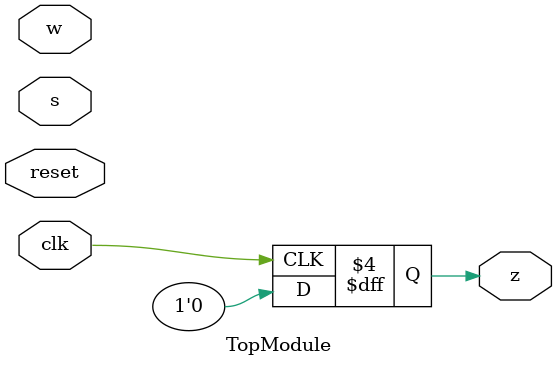
<source format=sv>

module TopModule (
  input clk,
  input reset,
  input s,
  input w,
  output reg z
);
always @(posedge clk) begin
    if (reset) begin
        z <= 1'b0;
    end else begin
        // Default assignment for z
        z <= 1'b0;
    end
end

endmodule

</source>
